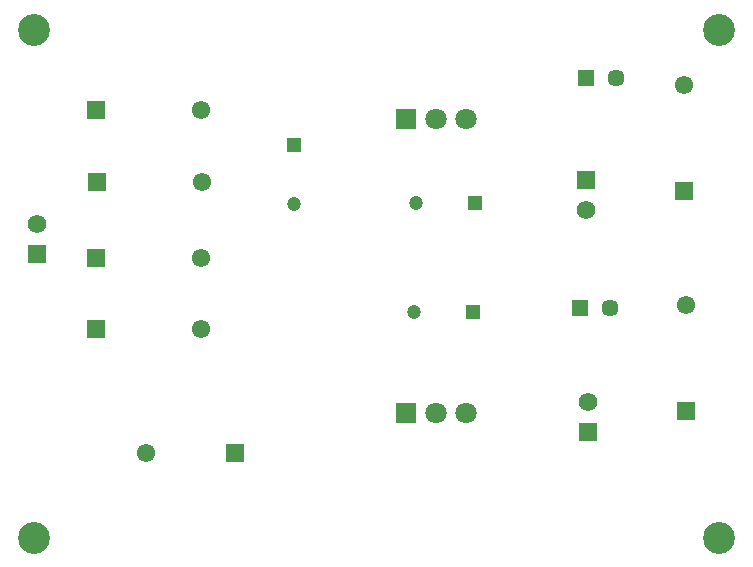
<source format=gts>
G04*
G04 #@! TF.GenerationSoftware,Altium Limited,Altium Designer,22.7.1 (60)*
G04*
G04 Layer_Color=8388736*
%FSLAX44Y44*%
%MOMM*%
G71*
G04*
G04 #@! TF.SameCoordinates,434E903D-8B78-4AA0-9AEB-5D1347DF7218*
G04*
G04*
G04 #@! TF.FilePolarity,Negative*
G04*
G01*
G75*
%ADD14C,1.5500*%
%ADD15R,1.5500X1.5500*%
%ADD16C,1.5700*%
%ADD17R,1.5700X1.5700*%
%ADD18C,1.8032*%
%ADD19R,1.8032X1.8032*%
%ADD20R,1.5532X1.5532*%
%ADD21C,1.5532*%
%ADD22C,1.4500*%
%ADD23R,1.4500X1.4500*%
%ADD24C,1.2000*%
%ADD25R,1.2000X1.2000*%
%ADD26R,1.2000X1.2000*%
%ADD27C,2.7032*%
D14*
X114900Y91440D02*
D03*
X161240Y256540D02*
D03*
Y196850D02*
D03*
X161190Y382270D02*
D03*
X162510Y321310D02*
D03*
D15*
X189900Y91440D02*
D03*
X72440Y256540D02*
D03*
Y196850D02*
D03*
X72390Y382270D02*
D03*
X73710Y321310D02*
D03*
D16*
X22860Y285750D02*
D03*
X488950Y134620D02*
D03*
X487680Y297180D02*
D03*
D17*
X22860Y260350D02*
D03*
X488950Y109220D02*
D03*
X487680Y322580D02*
D03*
D18*
X386080Y125730D02*
D03*
X360680D02*
D03*
X386080Y374650D02*
D03*
X360680D02*
D03*
D19*
X335280Y125730D02*
D03*
Y374650D02*
D03*
D20*
X572113Y126927D02*
D03*
X570230Y313140D02*
D03*
D21*
X572113Y216928D02*
D03*
X570230Y403140D02*
D03*
D22*
X508000Y214630D02*
D03*
X513080Y408940D02*
D03*
D23*
X482600Y214630D02*
D03*
X487680Y408940D02*
D03*
D24*
X240030Y302660D02*
D03*
X343300Y303530D02*
D03*
X342030Y210820D02*
D03*
D25*
X240030Y352660D02*
D03*
D26*
X393300Y303530D02*
D03*
X392030Y210820D02*
D03*
D27*
X600000Y450000D02*
D03*
X20000D02*
D03*
Y20000D02*
D03*
X600000D02*
D03*
M02*

</source>
